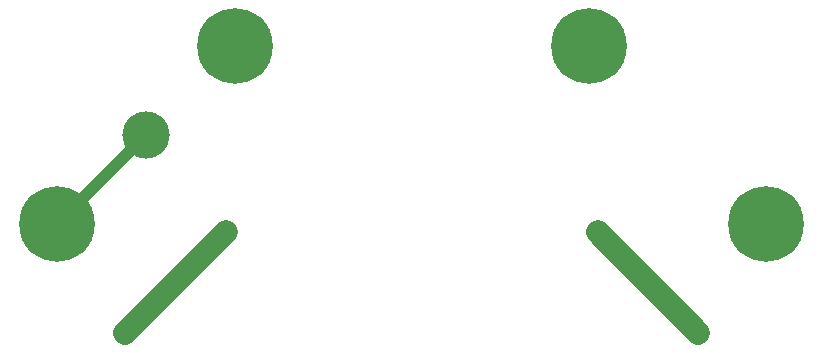
<source format=gbl>
G04 #@! TF.GenerationSoftware,KiCad,Pcbnew,(5.1.12-1-10_14)*
G04 #@! TF.CreationDate,2022-01-17T12:40:02-05:00*
G04 #@! TF.ProjectId,datum,64617475-6d2e-46b6-9963-61645f706362,rev?*
G04 #@! TF.SameCoordinates,Original*
G04 #@! TF.FileFunction,Copper,L2,Bot*
G04 #@! TF.FilePolarity,Positive*
%FSLAX46Y46*%
G04 Gerber Fmt 4.6, Leading zero omitted, Abs format (unit mm)*
G04 Created by KiCad (PCBNEW (5.1.12-1-10_14)) date 2022-01-17 12:40:02*
%MOMM*%
%LPD*%
G01*
G04 APERTURE LIST*
G04 #@! TA.AperFunction,SMDPad,CuDef*
%ADD10C,4.000000*%
G04 #@! TD*
G04 #@! TA.AperFunction,ComponentPad*
%ADD11C,6.400000*%
G04 #@! TD*
G04 #@! TA.AperFunction,ComponentPad*
%ADD12C,0.800000*%
G04 #@! TD*
G04 #@! TA.AperFunction,Conductor*
%ADD13C,2.000000*%
G04 #@! TD*
G04 #@! TA.AperFunction,Conductor*
%ADD14C,1.000000*%
G04 #@! TD*
G04 APERTURE END LIST*
D10*
X17500000Y17500000D03*
D11*
X25000000Y25000000D03*
D12*
X27400000Y25000000D03*
X26697056Y23302944D03*
X25000000Y22600000D03*
X23302944Y23302944D03*
X22600000Y25000000D03*
X23302944Y26697056D03*
X25000000Y27400000D03*
X26697056Y26697056D03*
X11697056Y11697056D03*
X10000000Y12400000D03*
X8302944Y11697056D03*
X7600000Y10000000D03*
X8302944Y8302944D03*
X10000000Y7600000D03*
X11697056Y8302944D03*
X12400000Y10000000D03*
D11*
X10000000Y10000000D03*
X70000000Y10000000D03*
D12*
X72400000Y10000000D03*
X71697056Y8302944D03*
X70000000Y7600000D03*
X68302944Y8302944D03*
X67600000Y10000000D03*
X68302944Y11697056D03*
X70000000Y12400000D03*
X71697056Y11697056D03*
X56697056Y26697056D03*
X55000000Y27400000D03*
X53302944Y26697056D03*
X52600000Y25000000D03*
X53302944Y23302944D03*
X55000000Y22600000D03*
X56697056Y23302944D03*
X57400000Y25000000D03*
D11*
X55000000Y25000000D03*
D13*
X15750000Y750000D02*
X24250000Y9250000D01*
X64250000Y750000D02*
X55750000Y9250000D01*
D14*
X17500000Y17500000D02*
X10000000Y10000000D01*
M02*

</source>
